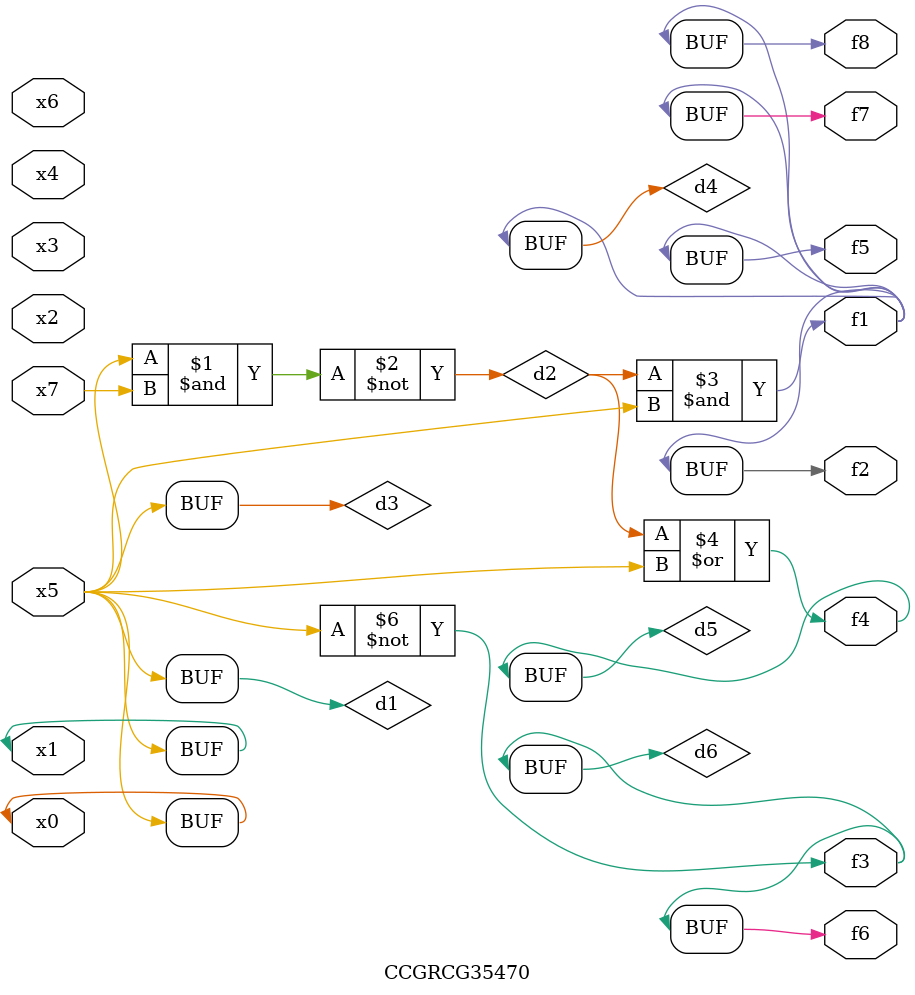
<source format=v>
module CCGRCG35470(
	input x0, x1, x2, x3, x4, x5, x6, x7,
	output f1, f2, f3, f4, f5, f6, f7, f8
);

	wire d1, d2, d3, d4, d5, d6;

	buf (d1, x0, x5);
	nand (d2, x5, x7);
	buf (d3, x0, x1);
	and (d4, d2, d3);
	or (d5, d2, d3);
	nor (d6, d1, d3);
	assign f1 = d4;
	assign f2 = d4;
	assign f3 = d6;
	assign f4 = d5;
	assign f5 = d4;
	assign f6 = d6;
	assign f7 = d4;
	assign f8 = d4;
endmodule

</source>
